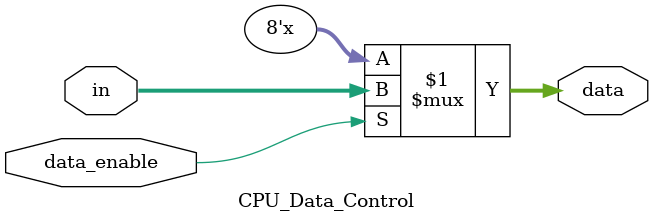
<source format=v>
`timescale 1ns / 1ns

module CPU_Data_Control(data,in,data_enable);
output[7:0] data;
input[7:0] in;
input data_enable;
assign data = (data_enable)?in:8'bzzzzzzzz;

endmodule

</source>
